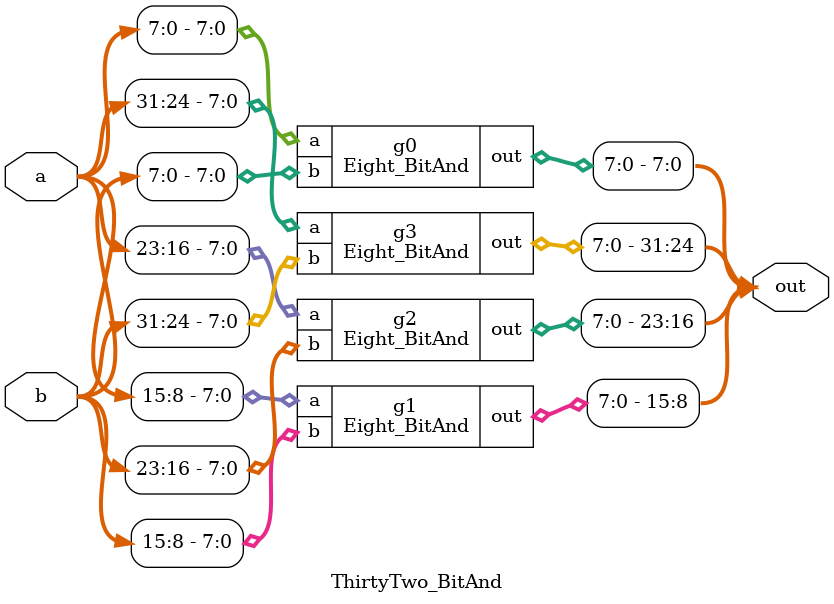
<source format=v>
`timescale 1ns / 1ps


// Eight-bit And
module Eight_BitAnd(out,a,b);
 // Input and Output Ports
 input[7:0]a,b;
 output[7:0]out;

 and g0(out[0],a[0],b[0]);
 and g1(out[1],a[1],b[1]);
 and g2(out[2],a[2],b[2]);
 and g3(out[3],a[3],b[3]);
 and g4(out[4],a[4],b[4]);
 and g5(out[5],a[5],b[5]);
 and g6(out[6],a[6],b[6]);
 and g7(out[7],a[7],b[7]);

endmodule


//32-Bit And
module ThirtyTwo_BitAnd(out,a,b);
 //Input and output ports
 input[31:0]a,b;
 output[31:0]out;



 // Use Eight-Bit and gate for this
 Eight_BitAnd g0(out[7:0],a[7:0],b[7:0]);
 Eight_BitAnd g1(out[15:8],a[15:8],b[15:8]);
 Eight_BitAnd g2(out[23:16],a[23:16],b[23:16]);
 Eight_BitAnd g3(out[31:24],a[31:24],b[31:24]);


endmodule

</source>
